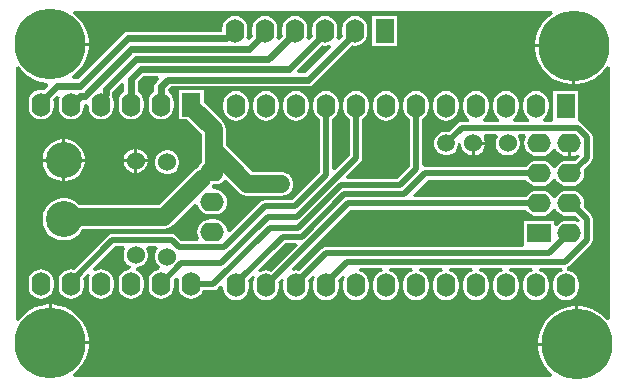
<source format=gtl>
%FSTAX23Y23*%
%MOIN*%
%SFA1B1*%

%IPPOS*%
%ADD22C,0.023622*%
%ADD23C,0.059055*%
%ADD24C,0.019685*%
%ADD25C,0.035433*%
%ADD26O,0.062992X0.078740*%
%ADD27R,0.062992X0.078740*%
%ADD28C,0.060000*%
%ADD29O,0.078740X0.062992*%
%ADD30R,0.078740X0.062992*%
%ADD31C,0.236220*%
%ADD32C,0.120000*%
%ADD33C,0.059055*%
%LNvssl_v2-1*%
%LPD*%
G36*
X03274Y02387D02*
X03261Y02377D01*
X03247Y02363*
X03235Y02347*
X03226Y02329*
X0322Y0231*
X03216Y0229*
Y02285*
X03345*
Y0228*
X0335*
Y02151*
X03355*
X03375Y02155*
X03394Y02161*
X03412Y0217*
X03428Y02182*
X03442Y02196*
X03454Y02212*
X03454Y02213*
X03464Y0221*
Y01368*
X03454Y01365*
X03452Y01368*
X03438Y01382*
X03422Y01394*
X03404Y01403*
X03385Y01409*
X03365Y01413*
X0336*
Y01285*
X03355*
Y0128*
X03226*
Y01274*
X0323Y01255*
X03236Y01235*
X03245Y01217*
X03257Y01201*
X03271Y01187*
X03271Y01184*
X03269Y01177*
X01679*
X01676Y01187*
X01683Y01192*
X01697Y01206*
X01709Y01222*
X01718Y0124*
X01724Y0126*
X01728Y01279*
Y01285*
X016*
Y0129*
X01595*
Y01418*
X01589*
X0157Y01414*
X0155Y01408*
X01532Y01399*
X01516Y01387*
X01502Y01373*
X01494Y01363*
X01484Y01366*
Y02208*
X01494Y02211*
X01502Y02201*
X01516Y02187*
X01532Y02175*
X0155Y02166*
X0157Y0216*
X01588Y02157*
X01592Y02151*
X01593Y02147*
X01579Y02133*
X0157Y02134*
X01559Y02133*
X01549Y02129*
X0154Y02122*
X01533Y02113*
X01529Y02103*
X01528Y02092*
Y02077*
X01529Y02066*
X01533Y02056*
X0154Y02047*
X01549Y0204*
X01559Y02036*
X0157Y02035*
X0158Y02036*
X0159Y0204*
X01599Y02047*
X01606Y02056*
X0161Y02066*
X01611Y02077*
Y02092*
X0161Y02101*
X01623Y02114*
X01631Y02109*
X01629Y02103*
X01628Y02092*
Y02077*
X01629Y02066*
X01633Y02056*
X0164Y02047*
X01649Y0204*
X01659Y02036*
X0167Y02035*
X0168Y02036*
X0169Y0204*
X01699Y02047*
X01706Y02056*
X0171Y02066*
X01711Y02077*
Y0208*
X01712Y02082*
X01718Y02085*
X01728Y02078*
Y02077*
X01729Y02066*
X01733Y02056*
X0174Y02047*
X01749Y0204*
X01759Y02036*
X0177Y02035*
X0178Y02036*
X0179Y0204*
X01799Y02047*
X01806Y02056*
X0181Y02066*
X01811Y02077*
Y02092*
X0181Y02103*
X01806Y02113*
X01807Y02118*
Y02125*
X01838Y02157*
X01847Y02153*
Y02128*
X0184Y02122*
X01833Y02113*
X01829Y02103*
X01828Y02092*
Y02077*
X01829Y02066*
X01833Y02056*
X0184Y02047*
X01849Y0204*
X01859Y02036*
X0187Y02035*
X0188Y02036*
X0189Y0204*
X01899Y02047*
X01906Y02056*
X0191Y02066*
X01911Y02077*
Y02092*
X0191Y02103*
X01906Y02113*
X01899Y02122*
X01892Y02128*
Y0216*
X0191Y02179*
X01959*
X01963Y02169*
X01954Y0216*
X01949Y02153*
X01947Y02145*
Y02128*
X0194Y02122*
X01933Y02113*
X01929Y02103*
X01928Y02092*
Y02077*
X01929Y02066*
X01933Y02056*
X0194Y02047*
X01949Y0204*
X01959Y02036*
X0197Y02035*
X0198Y02036*
X0199Y0204*
X01999Y02047*
X02006Y02056*
X0201Y02066*
X02011Y02077*
Y02092*
X0201Y02103*
X02006Y02113*
X01999Y02122*
X01994Y02126*
X01993Y02137*
X02001Y02145*
X0246*
X02469Y02147*
X02476Y02152*
X02605Y02281*
X02615Y0228*
X02625Y02281*
X02635Y02285*
X02644Y02292*
X02651Y02301*
X02655Y02311*
X02656Y02322*
Y02337*
X02655Y02348*
X02651Y02358*
X02644Y02367*
X02635Y02374*
X02625Y02378*
X02615Y02379*
X02604Y02378*
X02594Y02374*
X02585Y02367*
X02578Y02358*
X02574Y02348*
X02573Y02337*
Y02322*
X02574Y02312*
X02561Y023*
X02553Y02305*
X02555Y02311*
X02556Y02322*
Y02337*
X02555Y02348*
X02551Y02358*
X02544Y02367*
X02535Y02374*
X02525Y02378*
X02515Y02379*
X02504Y02378*
X02494Y02374*
X02485Y02367*
X02478Y02358*
X02474Y02348*
X02473Y02337*
Y02322*
X02474Y02312*
X02461Y023*
X02453Y02305*
X02455Y02311*
X02456Y02322*
Y02337*
X02455Y02348*
X02451Y02358*
X02444Y02367*
X02435Y02374*
X02425Y02378*
X02415Y02379*
X02404Y02378*
X02394Y02374*
X02385Y02367*
X02378Y02358*
X02374Y02348*
X02373Y02337*
Y02322*
X02374Y02312*
X02361Y023*
X02353Y02305*
X02355Y02311*
X02356Y02322*
Y02337*
X02355Y02348*
X02351Y02358*
X02344Y02367*
X02335Y02374*
X02325Y02378*
X02315Y02379*
X02304Y02378*
X02294Y02374*
X02285Y02367*
X02278Y02358*
X02274Y02348*
X02273Y02337*
Y02322*
X02274Y02312*
X02261Y023*
X02253Y02305*
X02255Y02311*
X02256Y02322*
Y02337*
X02255Y02348*
X02251Y02358*
X02244Y02367*
X02235Y02374*
X02225Y02378*
X02215Y02379*
X02204Y02378*
X02194Y02374*
X02185Y02367*
X02178Y02358*
X02174Y02348*
X02173Y02337*
Y02327*
X01859*
X0185Y02325*
X01843Y0232*
X01691Y02168*
X01674*
X01671Y02178*
X01683Y02187*
X01697Y02201*
X01709Y02217*
X01718Y02235*
X01724Y02255*
X01728Y02274*
Y0228*
X016*
Y0229*
X01728*
Y02295*
X01724Y02315*
X01718Y02334*
X01709Y02352*
X01697Y02368*
X01683Y02382*
X01677Y02387*
X0168Y02397*
X03271*
X03274Y02387*
G37*
G36*
X02536Y02275D02*
X02451Y02189D01*
X02427*
X02423Y02199*
X02505Y02281*
X02515Y0228*
X02525Y02281*
X02531Y02283*
X02536Y02275*
G37*
%LNvssl_v2-2*%
%LPC*%
G36*
X02756Y02379D02*
X02673D01*
Y0228*
X02756*
Y02379*
G37*
G36*
X0334Y02275D02*
X03216D01*
Y02269*
X0322Y0225*
X03226Y0223*
X03235Y02212*
X03247Y02196*
X03261Y02182*
X03277Y0217*
X03295Y02161*
X03315Y02155*
X03334Y02151*
X0334*
Y02275*
G37*
G36*
X02919Y02129D02*
X02908Y02128D01*
X02898Y02124*
X02889Y02117*
X02883Y02108*
X02878Y02098*
X02877Y02087*
Y02072*
X02878Y02061*
X02883Y02051*
X02889Y02042*
X02898Y02035*
X02908Y02031*
X02919Y0203*
X0293Y02031*
X0294Y02035*
X02949Y02042*
X02955Y02051*
X02959Y02061*
X02961Y02072*
Y02087*
X02959Y02098*
X02955Y02108*
X02949Y02117*
X0294Y02124*
X0293Y02128*
X02919Y02129*
G37*
G36*
X02719D02*
X02708Y02128D01*
X02698Y02124*
X02689Y02117*
X02683Y02108*
X02678Y02098*
X02677Y02087*
Y02072*
X02678Y02061*
X02683Y02051*
X02689Y02042*
X02698Y02035*
X02708Y02031*
X02719Y0203*
X0273Y02031*
X0274Y02035*
X02749Y02042*
X02755Y02051*
X02759Y02061*
X02761Y02072*
Y02087*
X02759Y02098*
X02755Y02108*
X02749Y02117*
X0274Y02124*
X0273Y02128*
X02719Y02129*
G37*
G36*
X02419D02*
X02408Y02128D01*
X02398Y02124*
X02389Y02117*
X02383Y02108*
X02378Y02098*
X02377Y02087*
Y02072*
X02378Y02061*
X02383Y02051*
X02389Y02042*
X02398Y02035*
X02408Y02031*
X02419Y0203*
X0243Y02031*
X0244Y02035*
X02449Y02042*
X02455Y02051*
X02459Y02061*
X02461Y02072*
Y02087*
X02459Y02098*
X02455Y02108*
X02449Y02117*
X0244Y02124*
X0243Y02128*
X02419Y02129*
G37*
G36*
X02319D02*
X02308Y02128D01*
X02298Y02124*
X02289Y02117*
X02283Y02108*
X02278Y02098*
X02277Y02087*
Y02072*
X02278Y02061*
X02283Y02051*
X02289Y02042*
X02298Y02035*
X02308Y02031*
X02319Y0203*
X0233Y02031*
X0234Y02035*
X02349Y02042*
X02355Y02051*
X02359Y02061*
X02361Y02072*
Y02087*
X02359Y02098*
X02355Y02108*
X02349Y02117*
X0234Y02124*
X0233Y02128*
X02319Y02129*
G37*
G36*
X02219D02*
X02208Y02128D01*
X02198Y02124*
X02189Y02117*
X02183Y02108*
X02178Y02098*
X02177Y02087*
Y02072*
X02178Y02061*
X02183Y02051*
X02189Y02042*
X02198Y02035*
X02208Y02031*
X02219Y0203*
X0223Y02031*
X0224Y02035*
X02249Y02042*
X02255Y02051*
X02259Y02061*
X02261Y02072*
Y02087*
X02259Y02098*
X02255Y02108*
X02249Y02117*
X0224Y02124*
X0223Y02128*
X02219Y02129*
G37*
G36*
X03219D02*
X03208Y02128D01*
X03198Y02124*
X03189Y02117*
X03183Y02108*
X03178Y02098*
X03177Y02087*
Y02072*
X03178Y02061*
X03183Y02051*
X03189Y02042*
X03197Y02036*
X03197Y02033*
X03194Y02026*
X03144*
X03141Y02033*
X03141Y02036*
X03149Y02042*
X03155Y02051*
X03159Y02061*
X03161Y02072*
Y02087*
X03159Y02098*
X03155Y02108*
X03149Y02117*
X0314Y02124*
X0313Y02128*
X03119Y02129*
X03108Y02128*
X03098Y02124*
X03089Y02117*
X03083Y02108*
X03078Y02098*
X03077Y02087*
Y02072*
X03078Y02061*
X03083Y02051*
X03089Y02042*
X03097Y02036*
X03097Y02033*
X03094Y02026*
X03044*
X03041Y02033*
X03041Y02036*
X03049Y02042*
X03055Y02051*
X03059Y02061*
X03061Y02072*
Y02087*
X03059Y02098*
X03055Y02108*
X03049Y02117*
X0304Y02124*
X0303Y02128*
X03019Y02129*
X03008Y02128*
X02998Y02124*
X02989Y02117*
X02983Y02108*
X02978Y02098*
X02977Y02087*
Y02072*
X02978Y02061*
X02983Y02051*
X02989Y02042*
X02997Y02036*
X02997Y02033*
X02994Y02026*
X02971*
X02963Y02025*
X02957Y0202*
X02929Y01993*
X02925Y01994*
X02914*
X02904Y01991*
X02895Y01986*
X02888Y01979*
X02883Y0197*
X0288Y0196*
Y01949*
X02883Y01939*
X02888Y0193*
X02895Y01923*
X02904Y01918*
X02914Y01915*
X02925*
X02935Y01918*
X02944Y01923*
X02951Y0193*
X02956Y01939*
X02959Y01949*
Y01957*
X0296Y01958*
X0297Y01953*
Y01949*
X02972Y01939*
X02977Y0193*
X02985Y01922*
X02994Y01917*
X03004Y01915*
X03005*
Y01955*
X0301*
Y0196*
X0305*
Y0196*
X03047Y0197*
X03044Y01976*
X03048Y01986*
X03086*
X03091Y01976*
X03087Y0197*
X03085Y0196*
Y01949*
X03087Y01939*
X03092Y0193*
X031Y01922*
X03109Y01917*
X03119Y01915*
X0313*
X0314Y01917*
X03149Y01922*
X03157Y0193*
X03162Y01939*
X03165Y01949*
Y0196*
X03162Y0197*
X03159Y01976*
X03163Y01986*
X03181*
X03186Y01976*
X03185Y01975*
X03181Y01965*
X0318Y01955*
X03181Y01944*
X03185Y01934*
X03192Y01925*
X03201Y01918*
X03211Y01914*
X03222Y01913*
X03237*
X03248Y01914*
X03258Y01918*
X03267Y01925*
X03274Y01934*
X03274Y01935*
X03285*
X03285Y01934*
X03292Y01925*
X03301Y01918*
X03311Y01914*
X03322Y01913*
X03325*
Y01955*
X03335*
Y01913*
X03337*
X03348Y01914*
X03358Y01918*
X03358Y01918*
X03359Y01918*
X03365Y01911*
X03349Y01895*
X03348Y01895*
X03337Y01896*
X03322*
X03311Y01895*
X03301Y01891*
X03292Y01884*
X03285Y01875*
X03285Y01874*
X03274*
X03274Y01875*
X03267Y01884*
X03258Y01891*
X03248Y01895*
X03237Y01896*
X03222*
X03211Y01895*
X03201Y01891*
X03192Y01884*
X03185Y01875*
X03185Y01875*
X0285*
X02849Y01875*
X02839Y01883*
Y02035*
X0284Y02035*
X02849Y02042*
X02855Y02051*
X02859Y02061*
X02861Y02072*
Y02087*
X02859Y02098*
X02855Y02108*
X02849Y02117*
X0284Y02124*
X0283Y02128*
X02819Y02129*
X02808Y02128*
X02798Y02124*
X02789Y02117*
X02783Y02108*
X02778Y02098*
X02777Y02087*
Y02072*
X02778Y02061*
X02783Y02051*
X02789Y02042*
X02798Y02035*
X02799Y02035*
Y01877*
X02756Y01835*
X02588*
X02585Y01844*
X02633Y01893*
X02638Y01899*
X02639Y01907*
Y02035*
X0264Y02035*
X02649Y02042*
X02655Y02051*
X02659Y02061*
X02661Y02072*
Y02087*
X02659Y02098*
X02655Y02108*
X02649Y02117*
X0264Y02124*
X0263Y02128*
X02619Y02129*
X02608Y02128*
X02598Y02124*
X02589Y02117*
X02583Y02108*
X02578Y02098*
X02577Y02087*
Y02072*
X02578Y02061*
X02583Y02051*
X02589Y02042*
X02598Y02035*
X02599Y02035*
Y01915*
X02548Y01865*
X02539Y01869*
Y02035*
X0254Y02035*
X02549Y02042*
X02555Y02051*
X02559Y02061*
X02561Y02072*
Y02087*
X02559Y02098*
X02555Y02108*
X02549Y02117*
X0254Y02124*
X0253Y02128*
X02519Y02129*
X02508Y02128*
X02498Y02124*
X02489Y02117*
X02483Y02108*
X02478Y02098*
X02477Y02087*
Y02072*
X02478Y02061*
X02483Y02051*
X02489Y02042*
X02498Y02035*
X02499Y02035*
Y01857*
X02406Y01765*
X02315*
X02307Y01763*
X023Y01759*
X02199Y01658*
X02195Y01658*
X02189Y01662*
X02188Y0167*
X02184Y0168*
X02177Y01689*
X02168Y01696*
X02158Y017*
X02147Y01701*
X02132*
X02121Y017*
X02111Y01696*
X02102Y01689*
X02095Y0168*
X02091Y0167*
X0209Y0166*
X02091Y01649*
X02095Y01639*
X02096Y01638*
X02091Y01628*
X02037*
X02019Y01646*
X02013Y01651*
X02005Y01652*
X01807*
X018Y01651*
X01793Y01646*
X01681Y01534*
X0168Y01534*
X0167Y01536*
X01659Y01534*
X01649Y0153*
X0164Y01523*
X01633Y01515*
X01629Y01505*
X01628Y01494*
Y01478*
X01629Y01467*
X01633Y01457*
X0164Y01449*
X01649Y01442*
X01659Y01438*
X0167Y01436*
X0168Y01438*
X0169Y01442*
X01699Y01449*
X01706Y01457*
X0171Y01467*
X01711Y01478*
Y01494*
X0171Y01505*
X0171Y01505*
X01726Y01522*
X01733Y01515*
X01733Y01515*
X01729Y01505*
X01728Y01494*
Y01478*
X01729Y01467*
X01733Y01457*
X0174Y01449*
X01749Y01442*
X01759Y01438*
X0177Y01436*
X0178Y01438*
X0179Y01442*
X01799Y01449*
X01806Y01457*
X0181Y01467*
X01811Y01478*
Y01494*
X0181Y01505*
X01806Y01515*
X01799Y01523*
X0179Y0153*
X0178Y01534*
X0177Y01536*
X01759Y01534*
X01749Y0153*
X01748Y0153*
X01742Y01537*
X01816Y01612*
X01844*
X0185Y01602*
X01847Y01597*
X01845Y01587*
Y01577*
X01847Y01567*
X01852Y01557*
X0186Y0155*
X01868Y01546*
X01868Y01541*
X01866Y01535*
X01859Y01534*
X01849Y0153*
X0184Y01523*
X01833Y01515*
X01829Y01505*
X01828Y01494*
Y01478*
X01829Y01467*
X01833Y01457*
X0184Y01449*
X01849Y01442*
X01859Y01438*
X0187Y01436*
X0188Y01438*
X0189Y01442*
X01899Y01449*
X01906Y01457*
X0191Y01467*
X01911Y01478*
Y01494*
X0191Y01505*
X01906Y01515*
X01899Y01523*
X0189Y0153*
X01886Y01532*
X01888Y01542*
X0189*
X019Y01545*
X01909Y0155*
X01917Y01557*
X01922Y01567*
X01925Y01577*
Y01587*
X01922Y01597*
X01919Y01602*
X01925Y01612*
X01953*
X01958Y01602*
X01957Y01602*
X01952Y01592*
X0195Y01582*
Y01572*
X01952Y01562*
X01957Y01552*
X01965Y01545*
X01965Y01544*
X01963Y01535*
X01959Y01534*
X01949Y0153*
X0194Y01523*
X01933Y01515*
X01929Y01505*
X01928Y01494*
Y01478*
X01929Y01467*
X01933Y01457*
X0194Y01449*
X01949Y01442*
X01959Y01438*
X0197Y01436*
X0198Y01438*
X0199Y01442*
X01999Y01449*
X02006Y01457*
X0201Y01467*
X02011Y01478*
Y01494*
X02011Y01499*
X0202Y01508*
X02025Y01506*
X02029Y01503*
X02028Y01494*
Y01478*
X02029Y01467*
X02033Y01457*
X0204Y01449*
X02049Y01442*
X02059Y01438*
X0207Y01436*
X0208Y01438*
X0209Y01442*
X02099Y01449*
X02106Y01457*
X02109Y01466*
X02143*
X02151Y01467*
X02158Y01472*
X02167Y01481*
X02177Y01477*
Y01473*
X02178Y01462*
X02183Y01452*
X02189Y01444*
X02198Y01437*
X02208Y01433*
X02219Y01431*
X0223Y01433*
X0224Y01437*
X02249Y01444*
X02255Y01452*
X02259Y01462*
X02261Y01473*
Y01489*
X02259Y015*
X02259Y015*
X02275Y01517*
X02283Y0151*
X02283Y0151*
X02278Y015*
X02277Y01489*
Y01473*
X02278Y01462*
X02283Y01452*
X02289Y01444*
X02298Y01437*
X02308Y01433*
X02319Y01431*
X0233Y01433*
X0234Y01437*
X02349Y01444*
X02355Y01452*
X02359Y01462*
X02361Y01473*
Y01489*
X0236Y01494*
X02369Y01503*
X02372Y01502*
X02378Y01498*
X02377Y01489*
Y01473*
X02378Y01462*
X02383Y01452*
X02389Y01444*
X02398Y01437*
X02408Y01433*
X02419Y01431*
X0243Y01433*
X0244Y01437*
X02449Y01444*
X02455Y01452*
X02459Y01462*
X02461Y01473*
Y01489*
X02459Y015*
X02459Y015*
X02475Y01517*
X02483Y0151*
X02483Y0151*
X02478Y015*
X02477Y01489*
Y01473*
X02478Y01462*
X02483Y01452*
X02489Y01444*
X02498Y01437*
X02508Y01433*
X02519Y01431*
X0253Y01433*
X0254Y01437*
X02549Y01444*
X02555Y01452*
X02559Y01462*
X02561Y01473*
Y01489*
X02559Y015*
X02559Y015*
X02575Y01517*
X02583Y0151*
X02583Y0151*
X02578Y015*
X02577Y01489*
Y01473*
X02578Y01462*
X02583Y01452*
X02589Y01444*
X02598Y01437*
X02608Y01433*
X02619Y01431*
X0263Y01433*
X0264Y01437*
X02649Y01444*
X02655Y01452*
X02659Y01462*
X02661Y01473*
Y01489*
X02659Y015*
X02655Y0151*
X02649Y01518*
X0264Y01525*
X0263Y01529*
X02631Y01539*
X02707*
X02708Y01529*
X02698Y01525*
X02689Y01518*
X02683Y0151*
X02678Y015*
X02677Y01489*
Y01473*
X02678Y01462*
X02683Y01452*
X02689Y01444*
X02698Y01437*
X02708Y01433*
X02719Y01431*
X0273Y01433*
X0274Y01437*
X02749Y01444*
X02755Y01452*
X02759Y01462*
X02761Y01473*
Y01489*
X02759Y015*
X02755Y0151*
X02749Y01518*
X0274Y01525*
X0273Y01529*
X02731Y01539*
X02807*
X02808Y01529*
X02798Y01525*
X02789Y01518*
X02783Y0151*
X02778Y015*
X02777Y01489*
Y01473*
X02778Y01462*
X02783Y01452*
X02789Y01444*
X02798Y01437*
X02808Y01433*
X02819Y01431*
X0283Y01433*
X0284Y01437*
X02849Y01444*
X02855Y01452*
X02859Y01462*
X02861Y01473*
Y01489*
X02859Y015*
X02855Y0151*
X02849Y01518*
X0284Y01525*
X0283Y01529*
X02831Y01539*
X02907*
X02908Y01529*
X02898Y01525*
X02889Y01518*
X02883Y0151*
X02878Y015*
X02877Y01489*
Y01473*
X02878Y01462*
X02883Y01452*
X02889Y01444*
X02898Y01437*
X02908Y01433*
X02919Y01431*
X0293Y01433*
X0294Y01437*
X02949Y01444*
X02955Y01452*
X02959Y01462*
X02961Y01473*
Y01489*
X02959Y015*
X02955Y0151*
X02949Y01518*
X0294Y01525*
X0293Y01529*
X02931Y01539*
X03007*
X03008Y01529*
X02998Y01525*
X02989Y01518*
X02983Y0151*
X02978Y015*
X02977Y01489*
Y01473*
X02978Y01462*
X02983Y01452*
X02989Y01444*
X02998Y01437*
X03008Y01433*
X03019Y01431*
X0303Y01433*
X0304Y01437*
X03049Y01444*
X03055Y01452*
X03059Y01462*
X03061Y01473*
Y01489*
X03059Y015*
X03055Y0151*
X03049Y01518*
X0304Y01525*
X0303Y01529*
X03031Y01539*
X03107*
X03108Y01529*
X03098Y01525*
X03089Y01518*
X03083Y0151*
X03078Y015*
X03077Y01489*
Y01473*
X03078Y01462*
X03083Y01452*
X03089Y01444*
X03098Y01437*
X03108Y01433*
X03119Y01431*
X0313Y01433*
X0314Y01437*
X03149Y01444*
X03155Y01452*
X03159Y01462*
X03161Y01473*
Y01489*
X03159Y015*
X03155Y0151*
X03149Y01518*
X0314Y01525*
X0313Y01529*
X03131Y01539*
X03207*
X03208Y01529*
X03198Y01525*
X03189Y01518*
X03183Y0151*
X03178Y015*
X03177Y01489*
Y01473*
X03178Y01462*
X03183Y01452*
X03189Y01444*
X03198Y01437*
X03208Y01433*
X03219Y01431*
X0323Y01433*
X0324Y01437*
X03249Y01444*
X03255Y01452*
X03259Y01462*
X03261Y01473*
Y01489*
X03259Y015*
X03255Y0151*
X03249Y01518*
X0324Y01525*
X0323Y01529*
X03231Y01539*
X03307*
X03308Y01529*
X03298Y01525*
X03289Y01518*
X03283Y0151*
X03278Y015*
X03277Y01489*
Y01473*
X03278Y01462*
X03283Y01452*
X03289Y01444*
X03298Y01437*
X03308Y01433*
X03319Y01431*
X0333Y01433*
X0334Y01437*
X03349Y01444*
X03355Y01452*
X03359Y01462*
X03361Y01473*
Y01489*
X03359Y015*
X03355Y0151*
X03349Y01518*
X0334Y01525*
X0333Y01529*
X03322Y0153*
X03321Y01541*
X03323Y01541*
X03329Y01545*
X03403Y01619*
X03407Y01625*
X03409Y01633*
Y01703*
X03407Y01711*
X03403Y01717*
X03378Y01743*
X03378Y01744*
X03379Y01755*
X03378Y01765*
X03374Y01775*
X03367Y01784*
X03358Y01791*
X03348Y01795*
X03337Y01796*
X03322*
X03311Y01795*
X03301Y01791*
X03292Y01784*
X03285Y01775*
X03285Y01774*
X03274*
X03274Y01775*
X03267Y01784*
X03258Y01791*
X03248Y01795*
X03237Y01796*
X03222*
X03211Y01795*
X03201Y01791*
X03192Y01784*
X03185Y01775*
X03185Y01775*
X02811*
X02808Y01784*
X02858Y01834*
X03185*
X03185Y01834*
X03192Y01825*
X03201Y01818*
X03211Y01814*
X03222Y01813*
X03237*
X03248Y01814*
X03258Y01818*
X03267Y01825*
X03274Y01834*
X03274Y01835*
X03285*
X03285Y01834*
X03292Y01825*
X03301Y01818*
X03311Y01814*
X03322Y01813*
X03337*
X03348Y01814*
X03358Y01818*
X03367Y01825*
X03374Y01834*
X03378Y01844*
X03379Y01855*
X03378Y01865*
X03378Y01866*
X03403Y01892*
X03407Y01898*
X03409Y01906*
Y01976*
X03407Y01984*
X03403Y0199*
X03373Y0202*
X03368Y02024*
X03365Y02026*
X0336Y02032*
Y02035*
Y02129*
X03277*
Y02036*
Y0203*
X03269Y02026*
X03244*
X03241Y02033*
X03241Y02036*
X03249Y02042*
X03255Y02051*
X03259Y02061*
X03261Y02072*
Y02087*
X03259Y02098*
X03255Y02108*
X03249Y02117*
X0324Y02124*
X0323Y02128*
X03219Y02129*
G37*
G36*
X0305Y0195D02*
X03015D01*
Y01915*
X03015*
X03025Y01917*
X03034Y01922*
X03042Y0193*
X03047Y01939*
X0305Y01949*
Y0195*
G37*
G36*
X01651Y01968D02*
X0165D01*
Y01903*
X01715*
Y01905*
X01712Y01918*
X01707Y01931*
X01699Y01943*
X01689Y01952*
X01678Y0196*
X01665Y01965*
X01651Y01968*
G37*
G36*
X0164D02*
X01638D01*
X01624Y01965*
X01611Y0196*
X016Y01952*
X0159Y01943*
X01582Y01931*
X01577Y01918*
X01575Y01905*
Y01903*
X0164*
Y01968*
G37*
G36*
X0189Y01937D02*
X0189D01*
Y01902*
X01925*
Y01902*
X01922Y01912*
X01917Y01922*
X01909Y01929*
X019Y01934*
X0189Y01937*
G37*
G36*
X0188D02*
X01879D01*
X01869Y01934*
X0186Y01929*
X01852Y01922*
X01847Y01912*
X01845Y01902*
Y01902*
X0188*
Y01937*
G37*
G36*
X01925Y01892D02*
X0189D01*
Y01857*
X0189*
X019Y0186*
X01909Y01865*
X01917Y01872*
X01922Y01882*
X01925Y01892*
Y01892*
G37*
G36*
X0188D02*
X01845D01*
Y01892*
X01847Y01882*
X01852Y01872*
X0186Y01865*
X01869Y0186*
X01879Y01857*
X0188*
Y01892*
G37*
G36*
X01995Y01932D02*
X01984D01*
X01974Y01929*
X01965Y01924*
X01957Y01917*
X01952Y01907*
X0195Y01897*
Y01887*
X01952Y01877*
X01957Y01867*
X01965Y0186*
X01974Y01855*
X01984Y01852*
X01995*
X02005Y01855*
X02014Y0186*
X02022Y01867*
X02027Y01877*
X0203Y01887*
Y01897*
X02027Y01907*
X02022Y01917*
X02014Y01924*
X02005Y01929*
X01995Y01932*
G37*
G36*
X01715Y01893D02*
X0165D01*
Y01828*
X01651*
X01665Y01831*
X01678Y01836*
X01689Y01844*
X01699Y01853*
X01707Y01865*
X01712Y01878*
X01715Y01891*
Y01893*
G37*
G36*
X0164D02*
X01575D01*
Y01891*
X01577Y01878*
X01582Y01865*
X0159Y01853*
X016Y01844*
X01611Y01836*
X01624Y01831*
X01638Y01828*
X0164*
Y01893*
G37*
G36*
X02111Y02134D02*
X02028D01*
Y02035*
X02055*
X02105Y01985*
Y01931*
Y01891*
X02102Y01889*
X02095Y0188*
X02092Y01872*
X02085Y01869*
X02076Y01863*
X01963Y01749*
X01695*
X01689Y01755*
X01678Y01763*
X01665Y01768*
X01651Y01771*
X01638*
X01624Y01768*
X01611Y01763*
X016Y01755*
X0159Y01746*
X01582Y01734*
X01577Y01721*
X01575Y01708*
Y01694*
X01577Y01681*
X01582Y01668*
X0159Y01656*
X016Y01647*
X01611Y01639*
X01624Y01634*
X01638Y01631*
X01651*
X01665Y01634*
X01678Y01639*
X01689Y01647*
X01699Y01656*
X01707Y01668*
X01707Y0167*
X0198*
X0199Y01671*
X01999Y01675*
X02008Y01681*
X0208Y01754*
X02091Y0175*
X02091Y01749*
X02095Y01739*
X02102Y0173*
X02111Y01723*
X02121Y01719*
X02132Y01718*
X02147*
X02158Y01719*
X02168Y01723*
X02177Y0173*
X02184Y01739*
X02188Y01749*
X02189Y0176*
X02188Y0177*
X02184Y0178*
X02177Y01789*
X02168Y01796*
X02158Y018*
X02147Y01801*
X02144*
X02139Y0181*
X02143Y01818*
X02147*
X02158Y01819*
X02168Y01823*
X02177Y0183*
X02178Y01831*
X02188Y01832*
X02228Y01791*
Y01791*
X02237Y01785*
X02246Y01781*
X02256Y0178*
X0237*
X02372Y0178*
X02375*
X02377Y01781*
X0238Y01781*
X02382Y01782*
X02385Y01783*
X02387Y01784*
X02389Y01785*
X02392Y01787*
X02394Y01788*
X02396Y0179*
X02398Y01791*
X02399Y01793*
X02401Y01795*
X02402Y01797*
X02404Y018*
X02405Y01802*
X02406Y01804*
X02407Y01807*
X02408Y01809*
X02408Y01812*
X02409Y01814*
Y01817*
X02409Y0182*
X02409Y01822*
Y01825*
X02408Y01827*
X02408Y0183*
X02407Y01832*
X02406Y01835*
X02405Y01837*
X02404Y01839*
X02402Y01842*
X02401Y01844*
X02399Y01846*
X02398Y01848*
X02396Y01849*
X02394Y01851*
X02392Y01852*
X02389Y01854*
X02387Y01855*
X02385Y01856*
X02382Y01857*
X0238Y01858*
X02377Y01858*
X02375Y01859*
X02372*
X0237Y01859*
X02273*
X02184Y01948*
Y02002*
X02183Y02012*
X02179Y02021*
X02173Y0203*
X02111Y02091*
Y02134*
G37*
G36*
X0157Y01536D02*
X01559Y01534D01*
X01549Y0153*
X0154Y01523*
X01533Y01515*
X01529Y01505*
X01528Y01494*
Y01478*
X01529Y01467*
X01533Y01457*
X0154Y01449*
X01549Y01442*
X01559Y01438*
X0157Y01436*
X0158Y01438*
X0159Y01442*
X01599Y01449*
X01606Y01457*
X0161Y01467*
X01611Y01478*
Y01494*
X0161Y01505*
X01606Y01515*
X01599Y01523*
X0159Y0153*
X0158Y01534*
X0157Y01536*
G37*
G36*
X0161Y01418D02*
X01605D01*
Y01295*
X01728*
Y013*
X01724Y0132*
X01718Y01339*
X01709Y01357*
X01697Y01373*
X01683Y01387*
X01667Y01399*
X01649Y01408*
X0163Y01414*
X0161Y01418*
G37*
G36*
X0335Y01413D02*
X03344D01*
X03325Y01409*
X03305Y01403*
X03287Y01394*
X03271Y01382*
X03257Y01368*
X03245Y01352*
X03236Y01334*
X0323Y01315*
X03226Y01295*
Y0129*
X0335*
Y01413*
G37*
%LNvssl_v2-3*%
%LPD*%
G36*
X03285Y01734D02*
X03292Y01725D01*
X03301Y01718*
X03311Y01714*
X03322Y01713*
X03337*
X03348Y01714*
X03349Y01714*
X03365Y01698*
X03359Y01691*
X03358Y01691*
X03358Y01691*
X03348Y01695*
X03337Y01696*
X03322*
X03311Y01695*
X03301Y01691*
X03292Y01684*
X03289Y0168*
X03279Y01683*
Y01696*
X0318*
Y01613*
X03171Y0161*
X0252*
X02512Y01608*
X02505Y01604*
X0243Y01529*
X0243Y01529*
X02419Y01531*
X0241Y0153*
X02406Y01535*
X02405Y01539*
X02601Y01734*
X03185*
X03185Y01734*
X03192Y01725*
X03201Y01718*
X03211Y01714*
X03222Y01713*
X03237*
X03248Y01714*
X03258Y01718*
X03267Y01725*
X03274Y01734*
X03274Y01735*
X03285*
X03285Y01734*
G37*
G36*
X02424Y01614D02*
X02336Y01527D01*
X0233Y01529*
X02319Y01531*
X02308Y01529*
X02298Y01525*
X02298Y01525*
X02291Y01532*
X02382Y01624*
X0242*
X02424Y01614*
G37*
G54D22*
X0187Y02084D02*
Y0217D01*
X01901Y02201*
X02394*
X01885Y02235D02*
X02327D01*
X01785Y02135D02*
X01885Y02235D01*
X01785Y02118D02*
Y02135D01*
X0177Y02084D02*
Y02103D01*
X01785Y02118*
X01714Y02112D02*
X0187Y02268D01*
X02261*
X017Y02146D02*
X01859Y02305D01*
X02187*
X01672Y02084D02*
X017Y02112D01*
X0167Y02084D02*
X01672D01*
X01647Y02146D02*
X017D01*
X017Y02112D02*
X01714D01*
X0197Y02084D02*
Y02145D01*
X01992Y02167D02*
X0246D01*
X0197Y02145D02*
X01992Y02167D01*
X02261Y02268D02*
X02315Y02322D01*
X0246Y02167D02*
X02615Y02322D01*
X02394Y02201D02*
X02515Y02322D01*
X02212Y0233D02*
X02215D01*
X02187Y02305D02*
X02212Y0233D01*
X02327Y02235D02*
X02415Y02322D01*
X02615D02*
Y0233D01*
X02515Y02322D02*
Y0233D01*
X02415Y02322D02*
Y0233D01*
X02315Y02322D02*
Y0233D01*
X01622Y02145D02*
X01646D01*
X01647Y02146*
X0157Y02092D02*
X01622Y02145D01*
X0157Y02084D02*
Y02092D01*
G54D23*
X02256Y0182D02*
X0237D01*
X02145Y01931D02*
X02256Y0182D01*
X02145Y01931D02*
Y02002D01*
X0214Y0186D02*
X02143D01*
X02145Y01861*
Y01931*
X0207Y02077D02*
X02145Y02002D01*
X0207Y02077D02*
Y02084D01*
X0198Y0171D02*
X02105Y01835D01*
X01653Y0171D02*
X0198D01*
G54D24*
X02519Y01849D02*
Y02079D01*
X02414Y01745D02*
X02519Y01849D01*
X01807Y01632D02*
X02005D01*
X02029Y01608*
X02325Y0171D02*
X02421D01*
X02331Y01673D02*
X02427D01*
X02568Y01815*
X02374Y01644D02*
X0244D01*
X02143Y01486D02*
X02331Y01673D01*
X0244Y01644D02*
X0258Y01785D01*
X02178Y01608D02*
X02315Y01745D01*
X02421Y0171D02*
X02619Y01907D01*
X02315Y01745D02*
X02414D01*
X0217Y01555D02*
X02325Y0171D01*
X02319Y01481D02*
X02592Y01755D01*
X02219Y01489D02*
X02374Y01644D01*
X0167Y01494D02*
X01807Y01632D01*
X0167Y01486D02*
Y01494D01*
X02029Y01608D02*
X02178D01*
X0197Y01487D02*
X02037Y01555D01*
X0217*
X02619Y01907D02*
Y02079D01*
X02568Y01815D02*
X02765D01*
X02592Y01755D02*
X0323D01*
X0258Y01785D02*
X0278D01*
X0259Y0156D02*
X03315D01*
X0252Y0159D02*
X03263D01*
X02519Y01489D02*
X0259Y0156D01*
X02419Y01489D02*
X0252Y0159D01*
X0292Y01955D02*
X02971Y02006D01*
X03359*
X03389Y01976*
Y01906D02*
Y01976D01*
X0333Y01855D02*
X03337D01*
X03389Y01906*
X03315Y0156D02*
X03389Y01633D01*
X03263Y0159D02*
X03328Y01655D01*
X02519Y01481D02*
Y01489D01*
X03389Y01633D02*
Y01703D01*
X03337Y01755D02*
X03389Y01703D01*
X0333Y01755D02*
X03337D01*
X03328Y01655D02*
X0333D01*
X0278Y01785D02*
X0285Y01855D01*
X0323*
X02419Y01481D02*
Y01489D01*
X02765Y01815D02*
X02819Y01869D01*
Y02079*
X02219Y01481D02*
Y01489D01*
X0197Y01486D02*
Y01487D01*
X0207Y01486D02*
X02143D01*
G54D25*
X01645Y01701D02*
X01653Y0171D01*
G54D26*
X0157Y01486D03*
X0167D03*
X0177D03*
X0187D03*
X0197D03*
X0207D03*
X0157Y02084D03*
X0167D03*
X0177D03*
X0187D03*
X0197D03*
X02215Y0233D03*
X02519Y02079D03*
X02219Y01481D03*
X02419D03*
X02519D03*
X02319Y02079D03*
Y01481D03*
X03219Y02079D03*
X03119D03*
X03019D03*
X02919D03*
X02819D03*
X02719D03*
X02619D03*
X02419D03*
X02219D03*
X03319Y01481D03*
X03219D03*
X03119D03*
X03019D03*
X02919D03*
X02819D03*
X02719D03*
X02619D03*
X02315Y0233D03*
X02415D03*
X02515D03*
X02615D03*
G54D27*
X0207Y02084D03*
X03319Y02079D03*
X02715Y0233D03*
G54D28*
X0301Y01955D03*
X03125D03*
X0199Y01892D03*
X01885Y01897D03*
Y01582D03*
X0199Y01577D03*
G54D29*
X0333Y01955D03*
Y01855D03*
Y01755D03*
Y01655D03*
X0323Y01955D03*
Y01855D03*
Y01755D03*
X0214Y0176D03*
Y0186D03*
Y0166D03*
G54D30*
X0323Y01655D03*
G54D31*
X016Y0129D03*
X03355Y01285D03*
X016Y02285D03*
X03345Y0228D03*
G54D32*
X01645Y01898D03*
Y01701D03*
G54D33*
X0237Y0182D03*
X0292Y01955D03*
M02*
</source>
